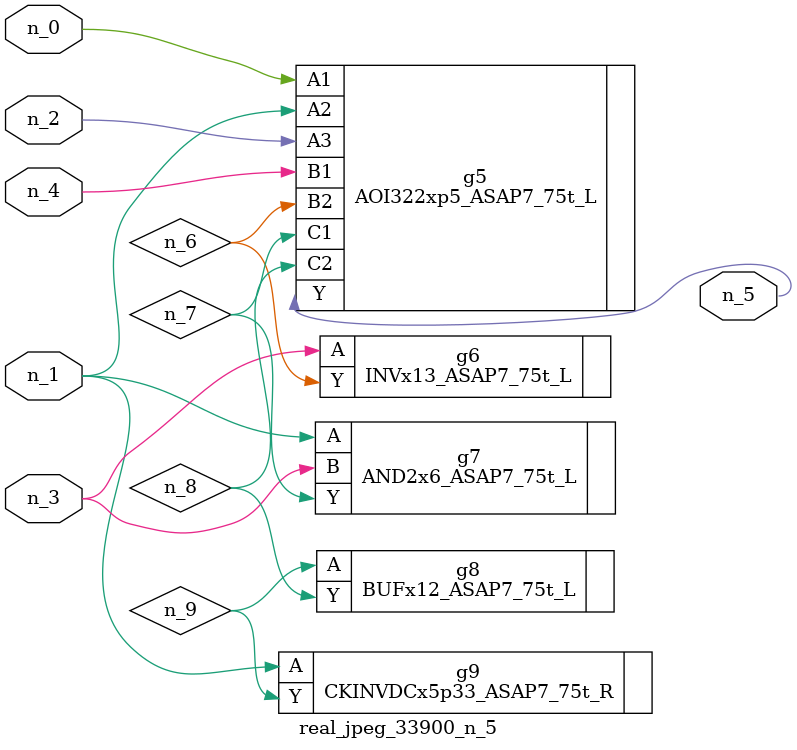
<source format=v>
module real_jpeg_33900_n_5 (n_4, n_0, n_1, n_2, n_3, n_5);

input n_4;
input n_0;
input n_1;
input n_2;
input n_3;

output n_5;

wire n_8;
wire n_6;
wire n_7;
wire n_9;

AOI322xp5_ASAP7_75t_L g5 ( 
.A1(n_0),
.A2(n_1),
.A3(n_2),
.B1(n_4),
.B2(n_6),
.C1(n_7),
.C2(n_8),
.Y(n_5)
);

AND2x6_ASAP7_75t_L g7 ( 
.A(n_1),
.B(n_3),
.Y(n_7)
);

CKINVDCx5p33_ASAP7_75t_R g9 ( 
.A(n_1),
.Y(n_9)
);

INVx13_ASAP7_75t_L g6 ( 
.A(n_3),
.Y(n_6)
);

BUFx12_ASAP7_75t_L g8 ( 
.A(n_9),
.Y(n_8)
);


endmodule
</source>
